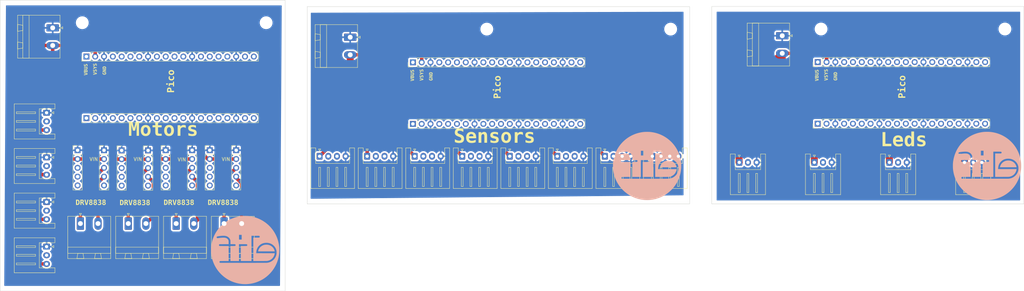
<source format=kicad_pcb>
(kicad_pcb (version 20221018) (generator pcbnew)
  (layers (0 "F.Cu" signal) (1 "In1.Cu" signal) (2 "In2.Cu" signal) (31 "B.Cu" signal) (34 "B.Paste" user) (35 "F.Paste" user) (36 "B.SilkS" user "B.Silkscreen") (37 "F.SilkS" user "F.Silkscreen") (38 "B.Mask" user) (39 "F.Mask" user) (44 "Edge.Cuts" user))
  (net 0 "")
  (net 1 "PWM1")
  (net 2 "PH1")
  (net 3 "GND")
  (net 4 "PWM2")
  (net 5 "PH2")
  (net 6 "PWM3")
  (net 7 "PH3")
  (net 8 "PWM4")
  (net 9 "PH4")
  (net 10 "+5V")
  (net 11 "EndStop1")
  (net 12 "EndStop2")
  (net 13 "EndStop3")
  (net 14 "EndStop4")
  (net 16 "MOTA1")
  (net 17 "MOTA2")
  (net 18 "MOTB1")
  (net 19 "MOTB2")
  (net 20 "MOTC1")
  (net 21 "MOTC2")
  (net 22 "MOTD1")
  (net 23 "MOTD2")
  (net 56 "ECHO1")
  (net 57 "TRIGGER1")
  (net 58 "ECHO2")
  (net 59 "TRIGGER2")
  (net 60 "ECHO3")
  (net 61 "TRIGGER3")
  (net 62 "ECHO4")
  (net 63 "TRIGGER4")
  (net 64 "ECHO5")
  (net 65 "TRIGGER5")
  (net 66 "ECHO6")
  (net 67 "TRIGGER6")
  (net 68 "ECHO7")
  (net 69 "TRIGGER7")
  (net 70 "ECHO8")
  (net 71 "TRIGGER8")
  (net 72 "+3.3V")
  (net 103 "DIN1")
  (net 104 "DIN2")
  (net 105 "DIN3")
  (net 106 "DIN4")
  (footprint "Connector_JST:JST_XH_S4B-XH-A_1x04_P2.50mm_Horizontal" (layer "F.Cu") (at 157.294285 109.22)
    (fp_text reference "J5" hide)
    (fp_text value "Conn_01x04_Socket" hide)
    (pad "1" thru_hole roundrect (at 0 0) (size 1.7 1.95) (drill 0.95) (layers "*.Cu" "*.Mask") (roundrect_rratio 0.1470588235) (net 10 "+5V"))
    (pad "2" thru_hole oval (at 2.5 0) (size 1.7 1.95) (drill 0.95) (layers "*.Cu" "*.Mask") (net 58 "ECHO2"))
    (pad "3" thru_hole oval (at 5 0) (size 1.7 1.95) (drill 0.95) (layers "*.Cu" "*.Mask") (net 59 "TRIGGER2"))
    (pad "4" thru_hole oval (at 7.5 0) (size 1.7 1.95) (drill 0.95) (layers "*.Cu" "*.Mask") (net 3 "GND"))
  )
  (footprint "Connector_JST:JST_XH_S4B-XH-A_1x04_P2.50mm_Horizontal" (layer "F.Cu") (at 184.702855 109.22)
    (fp_text reference "J7" hide)
    (fp_text value "Conn_01x04_Socket" hide)
    (pad "1" thru_hole roundrect (at 0 0) (size 1.7 1.95) (drill 0.95) (layers "*.Cu" "*.Mask") (roundrect_rratio 0.1470588235) (net 10 "+5V"))
    (pad "2" thru_hole oval (at 2.5 0) (size 1.7 1.95) (drill 0.95) (layers "*.Cu" "*.Mask") (net 62 "ECHO4"))
    (pad "3" thru_hole oval (at 5 0) (size 1.7 1.95) (drill 0.95) (layers "*.Cu" "*.Mask") (net 63 "TRIGGER4"))
    (pad "4" thru_hole oval (at 7.5 0) (size 1.7 1.95) (drill 0.95) (layers "*.Cu" "*.Mask") (net 3 "GND"))
  )
  (footprint "Connector_JST:JST_XH_S4B-XH-A_1x04_P2.50mm_Horizontal" (layer "F.Cu") (at 170.99857 109.22)
    (fp_text reference "J6" hide)
    (fp_text value "Conn_01x04_Socket" hide)
    (pad "1" thru_hole roundrect (at 0 0) (size 1.7 1.95) (drill 0.95) (layers "*.Cu" "*.Mask") (roundrect_rratio 0.1470588235) (net 10 "+5V"))
    (pad "2" thru_hole oval (at 2.5 0) (size 1.7 1.95) (drill 0.95) (layers "*.Cu" "*.Mask") (net 60 "ECHO3"))
    (pad "3" thru_hole oval (at 5 0) (size 1.7 1.95) (drill 0.95) (layers "*.Cu" "*.Mask") (net 61 "TRIGGER3"))
    (pad "4" thru_hole oval (at 7.5 0) (size 1.7 1.95) (drill 0.95) (layers "*.Cu" "*.Mask") (net 3 "GND"))
  )
  (footprint "Connector_JST:JST_XH_S3B-XH-A_1x03_P2.50mm_Horizontal" (layer "F.Cu") (at 264.57 111)
    (fp_text reference "J15" hide)
    (fp_text value "Conn_01x03_Socket" hide)
    (pad "1" thru_hole roundrect (at 0 0) (size 1.7 1.95) (drill 0.95) (layers "*.Cu" "*.Mask") (roundrect_rratio 0.1470588235) (net 10 "+5V"))
    (pad "2" thru_hole oval (at 2.5 0) (size 1.7 1.95) (drill 0.95) (layers "*.Cu" "*.Mask") (net 103 "DIN1"))
    (pad "3" thru_hole oval (at 5 0) (size 1.7 1.95) (drill 0.95) (layers "*.Cu" "*.Mask") (net 3 "GND"))
  )
  (footprint "MountingHole:MountingHole_3.2mm_M3" (layer "F.Cu") (at 244.789232 72.51)
    (fp_text reference "H1" hide)
    (fp_text value "MountingHole" hide)
    (pad "" np_thru_hole circle (at 0 0) (size 3.2 3.2) (drill 3.2) (layers "F&B.Cu" "*.Mask"))
  )
  (footprint "Connector_Phoenix_MSTB:PhoenixContact_MSTBA_2,5_2-G-5,08_1x02_P5.08mm_Horizontal" (layer "F.Cu") (at 152.41 74.85 -90)
    (fp_text reference "J4" hide)
    (fp_text value "Conn_01x02_Socket" hide)
    (pad "1" thru_hole roundrect (at 0 0 270) (size 2.08 3.6) (drill 1.4) (layers "*.Cu" "*.Mask") (roundrect_rratio 0.1201918269) (net 3 "GND"))
    (pad "2" thru_hole oval (at 5.08 0 270) (size 2.08 3.6) (drill 1.4) (layers "*.Cu" "*.Mask") (net 10 "+5V"))
  )
  (footprint "MountingHole:MountingHole_3.2mm_M3" (layer "F.Cu") (at 191.789232 72.51)
    (fp_text reference "H2" hide)
    (fp_text value "MountingHole" hide)
    (pad "" np_thru_hole circle (at 0 0) (size 3.2 3.2) (drill 3.2) (layers "F&B.Cu" "*.Mask"))
  )
  (footprint "Connector_JST:JST_XH_S3B-XH-A_1x03_P2.50mm_Horizontal" (layer "F.Cu") (at 64.882 135.32 -90)
    (fp_text reference "J34" hide)
    (fp_text value "Conn_01x03_Socket" hide)
    (pad "1" thru_hole roundrect (at 0 0 270) (size 1.7 1.95) (drill 0.95) (layers "*.Cu" "*.Mask") (roundrect_rratio 0.1470588235) (net 3 "GND"))
    (pad "2" thru_hole oval (at 2.5 0 270) (size 1.7 1.95) (drill 0.95) (layers "*.Cu" "*.Mask") (net 14 "EndStop4"))
    (pad "3" thru_hole oval (at 5 0 270) (size 1.7 1.95) (drill 0.95) (layers "*.Cu" "*.Mask") (net 10 "+5V"))
  )
  (footprint "Connector_PinHeader_2.54mm:PinHeader_1x05_P2.54mm_Vertical" (layer "F.Cu") (at 81.442 107.486)
    (fp_text reference "J29" hide)
    (fp_text value "Conn_01x05_Socket" hide)
    (pad "1" thru_hole rect (at 0 0) (size 1.7 1.7) (drill 1) (layers "*.Cu" "*.Mask") (net 3 "GND"))
    (pad "2" thru_hole oval (at 0 2.54) (size 1.7 1.7) (drill 1) (layers "*.Cu" "*.Mask") (net 10 "+5V"))
    (pad "3" thru_hole oval (at 0 5.08) (size 1.7 1.7) (drill 1) (layers "*.Cu" "*.Mask") (net 16 "MOTA1"))
    (pad "4" thru_hole oval (at 0 7.62) (size 1.7 1.7) (drill 1) (layers "*.Cu" "*.Mask") (net 17 "MOTA2"))
    (pad "5" thru_hole oval (at 0 10.16) (size 1.7 1.7) (drill 1) (layers "*.Cu" "*.Mask"))
  )
  (footprint "Connector_JST:JST_XH_S3B-XH-A_1x03_P2.50mm_Horizontal" (layer "F.Cu") (at 329.5 111)
    (fp_text reference "J18" hide)
    (fp_text value "Conn_01x03_Socket" hide)
    (pad "1" thru_hole roundrect (at 0 0) (size 1.7 1.95) (drill 0.95) (layers "*.Cu" "*.Mask") (roundrect_rratio 0.1470588235) (net 10 "+5V"))
    (pad "2" thru_hole oval (at 2.5 0) (size 1.7 1.95) (drill 0.95) (layers "*.Cu" "*.Mask") (net 106 "DIN4"))
    (pad "3" thru_hole oval (at 5 0) (size 1.7 1.95) (drill 0.95) (layers "*.Cu" "*.Mask") (net 3 "GND"))
  )
  (footprint "MountingHole:MountingHole_3.2mm_M3" (layer "F.Cu") (at 75.172 70.66)
    (fp_text reference "H2" hide)
    (fp_text value "MountingHole" hide)
    (pad "" np_thru_hole circle (at 0 0) (size 3.2 3.2) (drill 3.2) (layers "*.Cu" "*.Mask"))
  )
  (footprint "Connector_Phoenix_MSTB:PhoenixContact_MSTBA_2,5_2-G-5,08_1x02_P5.08mm_Horizontal" (layer "F.Cu") (at 74.632 128.66)
    (fp_text reference "J22" hide)
    (fp_text value "Conn_01x02_Socket" hide)
    (pad "1" thru_hole roundrect (at 0 0) (size 2.08 3.6) (drill 1.4) (layers "*.Cu" "*.Mask") (roundrect_rratio 0.1201918269) (net 16 "MOTA1"))
    (pad "2" thru_hole oval (at 5.08 0) (size 2.08 3.6) (drill 1.4) (layers "*.Cu" "*.Mask") (net 17 "MOTA2"))
  )
  (footprint "Connector_JST:JST_XH_S4B-XH-A_1x04_P2.50mm_Horizontal" (layer "F.Cu") (at 143.59 109.22)
    (fp_text reference "J1" hide)
    (fp_text value "Conn_01x04_Socket" hide)
    (pad "1" thru_hole roundrect (at 0 0) (size 1.7 1.95) (drill 0.95) (layers "*.Cu" "*.Mask") (roundrect_rratio 0.1470588235) (net 10 "+5V"))
    (pad "2" thru_hole oval (at 2.5 0) (size 1.7 1.95) (drill 0.95) (layers "*.Cu" "*.Mask") (net 56 "ECHO1"))
    (pad "3" thru_hole oval (at 5 0) (size 1.7 1.95) (drill 0.95) (layers "*.Cu" "*.Mask") (net 57 "TRIGGER1"))
    (pad "4" thru_hole oval (at 7.5 0) (size 1.7 1.95) (drill 0.95) (layers "*.Cu" "*.Mask") (net 3 "GND"))
  )
  (footprint "Connector_PinHeader_2.54mm:PinHeader_1x05_P2.54mm_Vertical" (layer "F.Cu") (at 99.222 107.486)
    (fp_text reference "J35" hide)
    (fp_text value "Conn_01x05_Socket" hide)
    (pad "1" thru_hole rect (at 0 0) (size 1.7 1.7) (drill 1) (layers "*.Cu" "*.Mask") (net 3 "GND"))
    (pad "2" thru_hole oval (at 0 2.54) (size 1.7 1.7) (drill 1) (layers "*.Cu" "*.Mask") (net 10 "+5V"))
    (pad "3" thru_hole oval (at 0 5.08) (size 1.7 1.7) (drill 1) (layers "*.Cu" "*.Mask") (net 6 "PWM3"))
    (pad "4" thru_hole oval (at 0 7.62) (size 1.7 1.7) (drill 1) (layers "*.Cu" "*.Mask") (net 7 "PH3"))
    (pad "5" thru_hole oval (at 0 10.16) (size 1.7 1.7) (drill 1) (layers "*.Cu" "*.Mask"))
  )
  (footprint "Connector_PinHeader_2.54mm:PinHeader_1x05_P2.54mm_Vertical" (layer "F.Cu") (at 119.542 107.486)
    (fp_text reference "J38" hide)
    (fp_text value "Conn_01x05_Socket" hide)
    (pad "1" thru_hole rect (at 0 0) (size 1.7 1.7) (drill 1) (layers "*.Cu" "*.Mask") (net 3 "GND"))
    (pad "2" thru_hole oval (at 0 2.54) (size 1.7 1.7) (drill 1) (layers "*.Cu" "*.Mask") (net 10 "+5V"))
    (pad "3" thru_hole oval (at 0 5.08) (size 1.7 1.7) (drill 1) (layers "*.Cu" "*.Mask") (net 22 "MOTD1"))
    (pad "4" thru_hole oval (at 0 7.62) (size 1.7 1.7) (drill 1) (layers "*.Cu" "*.Mask") (net 23 "MOTD2"))
    (pad "5" thru_hole oval (at 0 10.16) (size 1.7 1.7) (drill 1) (layers "*.Cu" "*.Mask"))
  )
  (footprint "Connector_PinHeader_2.54mm:PinHeader_1x20_P2.54mm_Vertical" (layer "F.Cu") (at 76.362 98.21 90)
    (fp_text reference "J21" hide)
    (fp_text value "Conn_01x20_Socket" hide)
    (pad "1" thru_hole rect (at 0 0 90) (size 1.7 1.7) (drill 1) (layers "*.Cu" "*.Mask") (net 1 "PWM1"))
    (pad "2" thru_hole oval (at 0 2.54 90) (size 1.7 1.7) (drill 1) (layers "*.Cu" "*.Mask") (net 2 "PH1"))
    (pad "3" thru_hole oval (at 0 5.08 90) (size 1.7 1.7) (drill 1) (layers "*.Cu" "*.Mask") (net 3 "GND"))
    (pad "4" thru_hole oval (at 0 7.62 90) (size 1.7 1.7) (drill 1) (layers "*.Cu" "*.Mask") (net 4 "PWM2"))
    (pad "5" thru_hole oval (at 0 10.16 90) (size 1.7 1.7) (drill 1) (layers "*.Cu" "*.Mask") (net 5 "PH2"))
    (pad "6" thru_hole oval (at 0 12.7 90) (size 1.7 1.7) (drill 1) (layers "*.Cu" "*.Mask") (net 6 "PWM3"))
    (pad "7" thru_hole oval (at 0 15.24 90) (size 1.7 1.7) (drill 1) (layers "*.Cu" "*.Mask") (net 7 "PH3"))
    (pad "8" thru_hole oval (at 0 17.78 90) (size 1.7 1.7) (drill 1) (layers "*.Cu" "*.Mask") (net 3 "GND"))
    (pad "9" thru_hole oval (at 0 20.32 90) (size 1.7 1.7) (drill 1) (layers "*.Cu" "*.Mask") (net 8 "PWM4"))
    (pad "10" thru_hole oval (at 0 22.86 90) (size 1.7 1.7) (drill 1) (layers "*.Cu" "*.Mask") (net 9 "PH4"))
    (pad "11" thru_hole oval (at 0 25.4 90) (size 1.7 1.7) (drill 1) (layers "*.Cu" "*.Mask"))
    (pad "12" thru_hole oval (at 0 27.94 90) (size 1.7 1.7) (drill 1) (layers "*.Cu" "*.Mask"))
    (pad "13" thru_hole oval (at 0 30.48 90) (size 1.7 1.7) (drill 1) (layers "*.Cu" "*.Mask") (net 3 "GND"))
    (pad "14" thru_hole oval (at 0 33.02 90) (size 1.7 1.7) (drill 1) (layers "*.Cu" "*.Mask"))
    (pad "15" thru_hole oval (at 0 35.56 90) (size 1.7 1.7) (drill 1) (layers "*.Cu" "*.Mask"))
    (pad "16" thru_hole oval (at 0 38.1 90) (size 1.7 1.7) (drill 1) (layers "*.Cu" "*.Mask"))
    (pad "17" thru_hole oval (at 0 40.64 90) (size 1.7 1.7) (drill 1) (layers "*.Cu" "*.Mask"))
    (pad "18" thru_hole oval (at 0 43.18 90) (size 1.7 1.7) (drill 1) (layers "*.Cu" "*.Mask") (net 3 "GND"))
    (pad "19" thru_hole oval (at 0 45.72 90) (size 1.7 1.7) (drill 1) (layers "*.Cu" "*.Mask"))
    (pad "20" thru_hole oval (at 0 48.26 90) (size 1.7 1.7) (drill 1) (layers "*.Cu" "*.Mask"))
  )
  (footprint "Connector_Phoenix_MSTB:PhoenixContact_MSTBA_2,5_2-G-5,08_1x02_P5.08mm_Horizontal" (layer "F.Cu") (at 66.642 72.15 -90)
    (fp_text reference "J20" hide)
    (fp_text value "Conn_01x02_Socket" hide)
    (pad "1" thru_hole roundrect (at 0 0 270) (size 2.08 3.6) (drill 1.4) (layers "*.Cu" "*.Mask") (roundrect_rratio 0.1201918269) (net 3 "GND"))
    (pad "2" thru_hole oval (at 5.08 0 270) (size 2.08 3.6) (drill 1.4) (layers "*.Cu" "*.Mask") (net 10 "+5V"))
  )
  (footprint "Connector_Phoenix_MSTB:PhoenixContact_MSTBA_2,5_2-G-5,08_1x02_P5.08mm_Horizontal" (layer "F.Cu") (at 116.042 128.66)
    (fp_text reference "J25" hide)
    (fp_text value "Conn_01x02_Socket" hide)
    (pad "1" thru_hole roundrect (at 0 0) (size 2.08 3.6) (drill 1.4) (layers "*.Cu" "*.Mask") (roundrect_rratio 0.1201918269) (net 22 "MOTD1"))
    (pad "2" thru_hole oval (at 5.08 0) (size 2.08 3.6) (drill 1.4) (layers "*.Cu" "*.Mask") (net 23 "MOTD2"))
  )
  (footprint "Connector_PinHeader_2.54mm:PinHeader_1x20_P2.54mm_Vertical" (layer "F.Cu") (at 287.19025 82.032 90)
    (fp_text reference "J13" hide)
    (fp_text value "Conn_01x20_Socket" hide)
    (pad "1" thru_hole rect (at 0 0 90) (size 1.7 1.7) (drill 1) (layers "*.Cu" "*.Mask") (net 10 "+5V"))
    (pad "2" thru_hole oval (at 0 2.54 90) (size 1.7 1.7) (drill 1) (layers "*.Cu" "*.Mask") (net 10 "+5V"))
    (pad "3" thru_hole oval (at 0 5.08 90) (size 1.7 1.7) (drill 1) (layers "*.Cu" "*.Mask") (net 3 "GND"))
    (pad "4" thru_hole oval (at 0 7.62 90) (size 1.7 1.7) (drill 1) (layers "*.Cu" "*.Mask"))
    (pad "5" thru_hole oval (at 0 10.16 90) (size 1.7 1.7) (drill 1) (layers "*.Cu" "*.Mask") (net 72 "+3.3V"))
    (pad "6" thru_hole oval (at 0 12.7 90) (size 1.7 1.7) (drill 1) (layers "*.Cu" "*.Mask"))
    (pad "7" thru_hole oval (at 0 15.24 90) (size 1.7 1.7) (drill 1) (layers "*.Cu" "*.Mask"))
    (pad "8" thru_hole oval (at 0 17.78 90) (size 1.7 1.7) (drill 1) (layers "*.Cu" "*.Mask") (net 3 "GND"))
    (pad "9" thru_hole oval (at 0 20.32 90) (size 1.7 1.7) (drill 1) (layers "*.Cu" "*.Mask"))
    (pad "10" thru_hole oval (at 0 22.86 90) (size 1.7 1.7) (drill 1) (layers "*.Cu" "*.Mask"))
    (pad "11" thru_hole oval (at 0 25.4 90) (size 1.7 1.7) (drill 1) (layers "*.Cu" "*.Mask"))
    (pad "12" thru_hole oval (at 0 27.94 90) (size 1.7 1.7) (drill 1) (layers "*.Cu" "*.Mask"))
    (pad "13" thru_hole oval (at 0 30.48 90) (size 1.7 1.7) (drill 1) (layers "*.Cu" "*.Mask") (net 3 "GND"))
    (pad "14" thru_hole oval (at 0 33.02 90) (size 1.7 1.7) (drill 1) (layers "*.Cu" "*.Mask"))
    (pad "15" thru_hole oval (at 0 35.56 90) (size 1.7 1.7) (drill 1) (layers "*.Cu" "*.Mask"))
    (pad "16" thru_hole oval (at 0 38.1 90) (size 1.7 1.7) (drill 1) (layers "*.Cu" "*.Mask"))
    (pad "17" thru_hole oval (at 0 40.64 90) (size 1.7 1.7) (drill 1) (layers "*.Cu" "*.Mask"))
    (pad "18" thru_hole oval (at 0 43.18 90) (size 1.7 1.7) (drill 1) (layers "*.Cu" "*.Mask") (net 3 "GND"))
    (pad "19" thru_hole oval (at 0 45.72 90) (size 1.7 1.7) (drill 1) (layers "*.Cu" "*.Mask"))
    (pad "20" thru_hole oval (at 0 48.26 90) (size 1.7 1.7) (drill 1) (layers "*.Cu" "*.Mask"))
  )
  (footprint "Connector_PinHeader_2.54mm:PinHeader_1x05_P2.54mm_Vertical" (layer "F.Cu") (at 86.522 107.541)
    (fp_text reference "J28" hide)
    (fp_text value "Conn_01x05_Socket" hide)
    (pad "1" thru_hole rect (at 0 0) (size 1.7 1.7) (drill 1) (layers "*.Cu" "*.Mask") (net 3 "GND"))
    (pad "2" thru_hole oval (at 0 2.54) (size 1.7 1.7) (drill 1) (layers "*.Cu" "*.Mask") (net 10 "+5V"))
    (pad "3" thru_hole oval (at 0 5.08) (size 1.7 1.7) (drill 1) (layers "*.Cu" "*.Mask") (net 4 "PWM2"))
    (pad "4" thru_hole oval (at 0 7.62) (size 1.7 1.7) (drill 1) (layers "*.Cu" "*.Mask") (net 5 "PH2"))
    (pad "5" thru_hole oval (at 0 10.16) (size 1.7 1.7) (drill 1) (layers "*.Cu" "*.Mask"))
  )
  (footprint "Connector_PinHeader_2.54mm:PinHeader_1x20_P2.54mm_Vertical" (layer "F.Cu") (at 170.48 99.88 90)
    (fp_text reference "J2" hide)
    (fp_text value "Conn_01x20_Socket" hide)
    (pad "1" thru_hole rect (at 0 0 90) (size 1.7 1.7) (drill 1) (layers "*.Cu" "*.Mask") (net 56 "ECHO1"))
    (pad "2" thru_hole oval (at 0 2.54 90) (size 1.7 1.7) (drill 1) (layers "*.Cu" "*.Mask") (net 57 "TRIGGER1"))
    (pad "3" thru_hole oval (at 0 5.08 90) (size 1.7 1.7) (drill 1) (layers "*.Cu" "*.Mask") (net 3 "GND"))
    (pad "4" thru_hole oval (at 0 7.62 90) (size 1.7 1.7) (drill 1) (layers "*.Cu" "*.Mask") (net 58 "ECHO2"))
    (pad "5" thru_hole oval (at 0 10.16 90) (size 1.7 1.7) (drill 1) (layers "*.Cu" "*.Mask") (net 59 "TRIGGER2"))
    (pad "6" thru_hole oval (at 0 12.7 90) (size 1.7 1.7) (drill 1) (layers "*.Cu" "*.Mask") (net 60 "ECHO3"))
    (pad "7" thru_hole oval (at 0 15.24 90) (size 1.7 1.7) (drill 1) (layers "*.Cu" "*.Mask") (net 61 "TRIGGER3"))
    (pad "8" thru_hole oval (at 0 17.78 90) (size 1.7 1.7) (drill 1) (layers "*.Cu" "*.Mask") (net 3 "GND"))
    (pad "9" thru_hole oval (at 0 20.32 90) (size 1.7 1.7) (drill 1) (layers "*.Cu" "*.Mask") (net 72 "+3.3V"))
    (pad "10" thru_hole oval (at 0 22.86 90) (size 1.7 1.7) (drill 1) (layers "*.Cu" "*.Mask") (net 62 "ECHO4"))
    (pad "11" thru_hole oval (at 0 25.4 90) (size 1.7 1.7) (drill 1) (layers "*.Cu" "*.Mask") (net 63 "TRIGGER4"))
    (pad "12" thru_hole oval (at 0 27.94 90) (size 1.7 1.7) (drill 1) (layers "*.Cu" "*.Mask"))
    (pad "13" thru_hole oval (at 0 30.48 90) (size 1.7 1.7) (drill 1) (layers "*.Cu" "*.Mask") (net 3 "GND"))
    (pad "14" thru_hole oval (at 0 33.02 90) (size 1.7 1.7) (drill 1) (layers "*.Cu" "*.Mask") (net 64 "ECHO5"))
    (pad "15" thru_hole oval (at 0 35.56 90) (size 1.7 1.7) (drill 1) (layers "*.Cu" "*.Mask") (net 65 "TRIGGER5"))
    (pad "16" thru_hole oval (at 0 38.1 90) (size 1.7 1.7) (drill 1) (layers "*.Cu" "*.Mask") (net 66 "ECHO6"))
    (pad "17" thru_hole oval (at 0 40.64 90) (size 1.7 1.7) (drill 1) (layers "*.Cu" "*.Mask") (net 67 "TRIGGER6"))
    (pad "18" thru_hole oval (at 0 43.18 90) (size 1.7 1.7) (drill 1) (layers "*.Cu" "*.Mask") (net 3 "GND"))
    (pad "19" thru_hole oval (at 0 45.72 90) (size 1.7 1.7) (drill 1) (layers "*.Cu" "*.Mask") (net 68 "ECHO7"))
    (pad "20" thru_hole oval (at 0 48.26 90) (size 1.7 1.7) (drill 1) (layers "*.Cu" "*.Mask") (net 69 "TRIGGER7"))
  )
  (footprint "Connector_Phoenix_MSTB:PhoenixContact_MSTBA_2,5_2-G-5,08_1x02_P5.08mm_Horizontal" (layer "F.Cu") (at 276.95775 74.422 -90)
    (fp_text reference "J14" hide)
    (fp_text value "Conn_01x02_Socket" hide)
    (pad "1" thru_hole roundrect (at 0 0 270) (size 2.08 3.6) (drill 1.4) (layers "*.Cu" "*.Mask") (roundrect_rratio 0.1201918269) (net 3 "GND"))
    (pad "2" thru_hole oval (at 5.08 0 270) (size 2.08 3.6) (drill 1.4) (layers "*.Cu" "*.Mask") (net 10 "+5V"))
  )
  (footprint "Connector_JST:JST_XH_S3B-XH-A_1x03_P2.50mm_Horizontal" (layer "F.Cu") (at 286.213334 111)
    (fp_text reference "J16" hide)
    (fp_text value "Conn_01x03_Socket" hide)
    (pad "1" thru_hole roundrect (at 0 0) (size 1.7 1.95) (drill 0.95) (layers "*.Cu" "*.Mask") (roundrect_rratio 0.1470588235) (net 10 "+5V"))
    (pad "2" thru_hole oval (at 2.5 0) (size 1.7 1.95) (drill 0.95) (layers "*.Cu" "*.Mask") (net 104 "DIN2"))
    (pad "3" thru_hole oval (at 5 0) (size 1.7 1.95) (drill 0.95) (layers "*.Cu" "*.Mask") (net 3 "GND"))
  )
  (footprint "Connector_JST:JST_XH_S4B-XH-A_1x04_P2.50mm_Horizontal" (layer "F.Cu") (at 225.81571 109.22)
    (fp_text reference "J10" hide)
    (fp_text value "Conn_01x04_Socket" hide)
    (pad "1" thru_hole roundrect (at 0 0) (size 1.7 1.95) (drill 0.95) (layers "*.Cu" "*.Mask") (roundrect_rratio 0.1470588235) (net 10 "+5V"))
    (pad "2" thru_hole oval (at 2.5 0) (size 1.7 1.95) (drill 0.95) (layers "*.Cu" "*.Mask") (net 68 "ECHO7"))
    (pad "3" thru_hole oval (at 5 0) (size 1.7 1.95) (drill 0.95) (layers "*.Cu" "*.Mask") (net 69 "TRIGGER7"))
    (pad "4" thru_hole oval (at 7.5 0) (size 1.7 1.95) (drill 0.95) (layers "*.Cu" "*.Mask") (net 3 "GND"))
  )
  (footprint "MountingHole:MountingHole_3.2mm_M3" (layer "F.Cu") (at 341.15025 72.482)
    (fp_text reference "H1" hide)
    (fp_text value "MountingHole" hide)
    (pad "" np_thru_hole circle (at 0 0) (size 3.2 3.2) (drill 3.2) (layers "F&B.Cu" "*.Mask"))
  )
  (footprint "Connector_JST:JST_XH_S4B-XH-A_1x04_P2.50mm_Horizontal" (layer "F.Cu") (at 198.40714 109.22)
    (fp_text reference "J8" hide)
    (fp_text value "Conn_01x04_Socket" hide)
    (pad "1" thru_hole roundrect (at 0 0) (size 1.7 1.95) (drill 0.95) (layers "*.Cu" "*.Mask") (roundrect_rratio 0.1470588235) (net 10 "+5V"))
    (pad "2" thru_hole oval (at 2.5 0) (size 1.7 1.95) (drill 0.95) (layers "*.Cu" "*.Mask") (net 64 "ECHO5"))
    (pad "3" thru_hole oval (at 5 0) (size 1.7 1.95) (drill 0.95) (layers "*.Cu" "*.Mask") (net 65 "TRIGGER5"))
    (pad "4" thru_hole oval (at 7.5 0) (size 1.7 1.95) (drill 0.95) (layers "*.Cu" "*.Mask") (net 3 "GND"))
  )
  (footprint "MountingHole:MountingHole_3.2mm_M3" (layer "F.Cu") (at 288.15025 72.482)
    (fp_text reference "H2" hide)
    (fp_text value "MountingHole" hide)
    (pad "" np_thru_hole circle (at 0 0) (size 3.2 3.2) (drill 3.2) (layers "F&B.Cu" "*.Mask"))
  )
  (footprint "Connector_JST:JST_XH_S3B-XH-A_1x03_P2.50mm_Horizontal" (layer "F.Cu") (at 307.856667 111)
    (fp_text reference "J17" hide)
    (fp_text value "Conn_01x03_Socket" hide)
    (pad "1" thru_hole roundrect (at 0 0) (size 1.7 1.95) (drill 0.95) (layers "*.Cu" "*.Mask") (roundrect_rratio 0.1470588235) (net 10 "+5V"))
    (pad "2" thru_hole oval (at 2.5 0) (size 1.7 1.95) (drill 0.95) (layers "*.Cu" "*.Mask") (net 105 "DIN3"))
    (pad "3" thru_hole oval (at 5 0) (size 1.7 1.95) (drill 0.95) (layers "*.Cu" "*.Mask") (net 3 "GND"))
  )
  (footprint "Connector_JST:JST_XH_S3B-XH-A_1x03_P2.50mm_Horizontal" (layer "F.Cu") (at 64.882 109.546666 -90)
    (fp_text reference "J32" hide)
    (fp_text value "Conn_01x03_Socket" hide)
    (pad "1" thru_hole roundrect (at 0 0 270) (size 1.7 1.95) (drill 0.95) (layers "*.Cu" "*.Mask") (roundrect_rratio 0.1470588235) (net 3 "GND"))
    (pad "2" thru_hole oval (at 2.5 0 270) (size 1.7 1.95) (drill 0.95) (layers "*.Cu" "*.Mask") (net 12 "EndStop2"))
    (pad "3" thru_hole oval (at 5 0 270) (size 1.7 1.95) (drill 0.95) (layers "*.Cu" "*.Mask") (net 10 "+5V"))
  )
  (footprint "Connector_Phoenix_MSTB:PhoenixContact_MSTBA_2,5_2-G-5,08_1x02_P5.08mm_Horizontal" (layer "F.Cu") (at 88.435333 128.66)
    (fp_text reference "J23" hide)
    (fp_text value "Conn_01x02_Socket" hide)
    (pad "1" thru_hole roundrect (at 0 0) (size 2.08 3.6) (drill 1.4) (layers "*.Cu" "*.Mask") (roundrect_rratio 0.1201918269) (net 18 "MOTB1"))
    (pad "2" thru_hole oval (at 5.08 0) (size 2.08 3.6) (drill 1.4) (layers "*.Cu" "*.Mask") (net 19 "MOTB2"))
  )
  (footprint "Connector_JST:JST_XH_S3B-XH-A_1x03_P2.50mm_Horizontal" (layer "F.Cu") (at 64.882 96.66 -90)
    (fp_text reference "J31" hide)
    (fp_text value "Conn_01x03_Socket" hide)
    (pad "1" thru_hole roundrect (at 0 0 270) (size 1.7 1.95) (drill 0.95) (layers "*.Cu" "*.Mask") (roundrect_rratio 0.1470588235) (net 3 "GND"))
    (pad "2" thru_hole oval (at 2.5 0 270) (size 1.7 1.95) (drill 0.95) (layers "*.Cu" "*.Mask") (net 11 "EndStop1"))
    (pad "3" thru_hole oval (at 5 0 270) (size 1.7 1.95) (drill 0.95) (layers "*.Cu" "*.Mask") (net 10 "+5V"))
  )
  (footprint "Connector_PinHeader_2.54mm:PinHeader_1x05_P2.54mm_Vertical" (layer "F.Cu") (at 94.142 107.541)
    (fp_text reference "J30" hide)
    (fp_text value "Conn_01x05_Socket" hide)
    (pad "1" thru_hole rect (at 0 0) (size 1.7 1.7) (drill 1) (layers "*.Cu" "*.Mask") (net 3 "GND"))
    (pad "2" thru_hole oval (at 0 2.54) (size 1.7 1.7) (drill 1) (layers "*.Cu" "*.Mask") (net 10 "+5V"))
    (pad "3" thru_hole oval (at 0 5.08) (size 1.7 1.7) (drill 1) (layers "*.Cu" "*.Mask") (net 18 "MOTB1"))
    (pad "4" thru_hole oval (at 0 7.62) (size 1.7 1.7) (drill 1) (layers "*.Cu" "*.Mask") (net 19 "MOTB2"))
    (pad "5" thru_hole oval (at 0 10.16) (size 1.7 1.7) (drill 1) (layers "*.Cu" "*.Mask"))
  )
  (footprint "Connector_PinHeader_2.54mm:PinHeader_1x20_P2.54mm_Vertical" (layer "F.Cu") (at 170.48 82.1 90)
    (fp_text reference "J3" hide)
    (fp_text value "Conn_01x20_Socket" hide)
    (pad "1" thru_hole rect (at 0 0 90) (size 1.7 1.7) (drill 1) (layers "*.Cu" "*.Mask") (net 10 "+5V"))
    (pad "2" thru_hole oval (at 0 2.54 90) (size 1.7 1.7) (drill 1) (layers "*.Cu" "*.Mask") (net 10 "+5V"))
    (pad "3" thru_hole oval (at 0 5.08 90) (size 1.7 1.7) (drill 1) (layers "*.Cu" "*.Mask") (net 3 "GND"))
    (pad "4" thru_hole oval (at 0 7.62 90) (size 1.7 1.7) (drill 1) (layers "*.Cu" "*.Mask"))
    (pad "5" thru_hole oval (at 0 10.16 90) (size 1.7 1.7) (drill 1) (layers "*.Cu" "*.Mask"))
    (pad "6" thru_hole oval (at 0 12.7 90) (size 1.7 1.7) (drill 1) (layers "*.Cu" "*.Mask"))
    (pad "7" thru_hole oval (at 0 15.24 90) (size 1.7 1.7) (drill 1) (layers "*.Cu" "*.Mask"))
    (pad "8" thru_hole oval (at 0 17.78 90) (size 1.7 1.7) (drill 1) (layers "*.Cu" "*.Mask") (net 3 "GND"))
    (pad "9" thru_hole oval (at 0 20.32 90) (size 1.7 1.7) (drill 1) (layers "*.Cu" "*.Mask"))
    (pad "10" thru_hole oval (at 0 22.86 90) (size 1.7 1.7) (drill 1) (layers "*.Cu" "*.Mask"))
    (pad "11" thru_hole oval (at 0 25.4 90) (size 1.7 1.7) (drill 1) (layers "*.Cu" "*.Mask"))
    (pad "12" thru_hole oval (at 0 27.94 90) (size 1.7 1.7) (drill 1) (layers "*.Cu" "*.Mask"))
    (pad "13" thru_hole oval (at 0 30.48 90) (size 1.7 1.7) (drill 1) (layers "*.Cu" "*.Mask") (net 3 "GND"))
    (pad "14" thru_hole oval (at 0 33.02 90) (size 1.7 1.7) (drill 1) (layers "*.Cu" "*.Mask"))
    (pad "15" thru_hole oval (at 0 35.56 90) (size 1.7 1.7) (drill 1) (layers "*.Cu" "*.Mask"))
    (pad "16" thru_hole oval (at 0 38.1 90) (size 1.7 1.7) (drill 1) (layers "*.Cu" "*.Mask"))
    (pad "17" thru_hole oval (at 0 40.64 90) (size 1.7 1.7) (drill 1) (layers "*.Cu" "*.Mask"))
    (pad "18" thru_hole oval (at 0 43.18 90) (size 1.7 1.7) (drill 1) (layers "*.Cu" "*.Mask") (net 3 "GND"))
    (pad "19" thru_hole oval (at 0 45.72 90) (size 1.7 1.7) (drill 1) (layers "*.Cu" "*.Mask") (net 70 "ECHO8"))
    (pad "20" thru_hole oval (at 0 48.26 90) (size 1.7 1.7) (drill 1) (layers "*.Cu" "*.Mask") (net 71 "TRIGGER8"))
  )
  (footprint "Connector_PinHeader_2.54mm:PinHeader_1x05_P2.54mm_Vertical" (layer "F.Cu") (at 106.842 107.486)
    (fp_text reference "J37" hide)
    (fp_text value "Conn_01x05_Socket" hide)
    (pad "1" thru_hole rect (at 0 0) (size 1.7 1.7) (drill 1) (layers "*.Cu" "*.Mask") (net 3 "GND"))
    (pad "2" thru_hole oval (at 0 2.54) (size 1.7 1.7) (drill 1) (layers "*.Cu" "*.Mask") (net 10 "+5V"))
    (pad "3" thru_hole oval (at 0 5.08) (size 1.7 1.7) (drill 1) (layers "*.Cu" "*.Mask") (net 20 "MOTC1"))
    (pad "4" thru_hole oval (at 0 7.62) (size 1.7 1.7) (drill 1) (layers "*.Cu" "*.Mask") (net 21 "MOTC2"))
    (pad "5" thru_hole oval (at 0 10.16) (size 1.7 1.7) (drill 1) (layers "*.Cu" "*.Mask"))
  )
  (footprint "Connector_Phoenix_MSTB:PhoenixContact_MSTBA_2,5_2-G-5,08_1x02_P5.08mm_Horizontal" (layer "F.Cu") (at 102.238666 128.66)
    (fp_text reference "J24" hide)
    (fp_text value "Conn_01x02_Socket" hide)
    (pad "1" thru_hole roundrect (at 0 0) (size 2.08 3.6) (drill 1.4) (layers "*.Cu" "*.Mask") (roundrect_rratio 0.1201918269) (net 20 "MOTC1"))
    (pad "2" thru_hole oval (at 5.08 0) (size 2.08 3.6) (drill 1.4) (layers "*.Cu" "*.Mask") (net 21 "MOTC2"))
  )
  (footprint "Connector_JST:JST_XH_S3B-XH-A_1x03_P2.50mm_Horizontal" (layer "F.Cu") (at 64.882 122.433332 -90)
    (fp_text reference "J33" hide)
    (fp_text value "Conn_01x03_Socket" hide)
    (pad "1" thru_hole roundrect (at 0 0 270) (size 1.7 1.95) (drill 0.95) (layers "*.Cu" "*.Mask") (roundrect_rratio 0.1470588235) (net 3 "GND"))
    (pad "2" thru_hole oval (at 2.5 0 270) (size 1.7 1.95) (drill 0.95) (layers "*.Cu" "*.Mask") (net 13 "EndStop3"))
    (pad "3" thru_hole oval (at 5 0 270) (size 1.7 1.95) (drill 0.95) (layers "*.Cu" "*.Mask") (net 10 "+5V"))
  )
  (footprint "Connector_PinHeader_2.54mm:PinHeader_1x05_P2.54mm_Vertical" (layer "F.Cu") (at 111.922 107.486)
    (fp_text reference "J36" hide)
    (fp_text value "Conn_01x05_Socket" hide)
    (pad "1" thru_hole rect (at 0 0) (size 1.7 1.7) (drill 1) (layers "*.Cu" "*.Mask") (net 3 "GND"))
    (pad "2" thru_hole oval (at 0 2.54) (size 1.7 1.7) (drill 1) (layers "*.Cu" "*.Mask") (net 10 "+5V"))
    (pad "3" thru_hole oval (at 0 5.08) (size 1.7 1.7) (drill 1) (layers "*.Cu" "*.Mask") (net 8 "PWM4"))
    (pad "4" thru_hole oval (at 0 7.62) (size 1.7 1.7) (drill 1) (layers "*.Cu" "*.Mask") (net 9 "PH4"))
    (pad "5" thru_hole oval (at 0 10.16) (size 1.7 1.7) (drill 1) (layers "*.Cu" "*.Mask"))
  )
  (footprint "Connector_PinHeader_2.54mm:PinHeader_1x20_P2.54mm_Vertical" (layer "F.Cu") (at 287.18025 99.812 90)
    (fp_text reference "J12" hide)
    (fp_text value "Conn_01x20_Socket" hide)
    (pad "1" thru_hole rect (at 0 0 90) (size 1.7 1.7) (drill 1) (layers "*.Cu" "*.Mask"))
    (pad "2" thru_hole oval (at 0 2.54 90) (size 1.7 1.7) (drill 1) (layers "*.Cu" "*.Mask"))
    (pad "3" thru_hole oval (at 0 5.08 90) (size 1.7 1.7) (drill 1) (layers "*.Cu" "*.Mask") (net 3 "GND"))
    (pad "4" thru_hole oval (at 0 7.62 90) (size 1.7 1.7) (drill 1) (layers "*.Cu" "*.Mask"))
    (pad "5" thru_hole oval (at 0 10.16 90) (size 1.7 1.7) (drill 1) (layers "*.Cu" "*.Mask") (net 103 "DIN1"))
    (pad "6" thru_hole oval (at 0 12.7 90) (size 1.7 1.7) (drill 1) (layers "*.Cu" "*.Mask"))
    (pad "7" thru_hole oval (at 0 15.24 90) (size 1.7 1.7) (drill 1) (layers "*.Cu" "*.Mask"))
    (pad "8" thru_hole oval (at 0 17.78 90) (size 1.7 1.7) (drill 1) (layers "*.Cu" "*.Mask") (net 3 "GND"))
    (pad "9" thru_hole oval (at 0 20.32 90) (size 1.7 1.7) (drill 1) (layers "*.Cu" "*.Mask"))
    (pad "10" thru_hole oval (at 0 22.86 90) (size 1.7 1.7) (drill 1) (layers "*.Cu" "*.Mask") (net 104 "DIN2"))
    (pad "11" thru_hole oval (at 0 25.4 90) (size 1.7 1.7) (drill 1) (layers "*.Cu" "*.Mask"))
    (pad "12" thru_hole oval (at 0 27.94 90) (size 1.7 1.7) (drill 1) (layers "*.Cu" "*.Mask"))
    (pad "13" thru_hole oval (at 0 30.48 90) (size 1.7 1.7) (drill 1) (layers "*.Cu" "*.Mask") (net 3 "GND"))
    (pad "14" thru_hole oval (at 0 33.02 90) (size 1.7 1.7) (drill 1) (layers "*.Cu" "*.Mask"))
    (pad "15" thru_hole oval (at 0 35.56 90) (size 1.7 1.7) (drill 1) (layers "*.Cu" "*.Mask") (net 105 "DIN3"))
    (pad "16" thru_hole oval (at 0 38.1 90) (size 1.7 1.7) (drill 1) (layers "*.Cu" "*.Mask"))
    (pad "17" thru_hole oval (at 0 40.64 90) (size 1.7 1.7) (drill 1) (layers "*.Cu" "*.Mask"))
    (pad "18" thru_hole oval (at 0 43.18 90) (size 1.7 1.7) (drill 1) (layers "*.Cu" "*.Mask") (net 3 "GND"))
    (pad "19" thru_hole oval (at 0 45.72 90) (size 1.7 1.7) (drill 1) (layers "*.Cu" "*.Mask"))
    (pad "20" thru_hole oval (at 0 48.26 90) (size 1.7 1.7) (drill 1) (layers "*.Cu" "*.Mask") (net 106 "DIN4"))
  )
  (footprint "Connector_PinHeader_2.54mm:PinHeader_1x20_P2.54mm_Vertical" (layer "F.Cu") (at 76.362 80.43 90)
    (fp_text reference "J26" hide)
    (fp_text value "Conn_01x20_Socket" hide)
    (pad "1" thru_hole rect (at 0 0 90) (size 1.7 1.7) (drill 1) (layers "*.Cu" "*.Mask") (net 10 "+5V"))
    (pad "2" thru_hole oval (at 0 2.54 90) (size 1.7 1.7) (drill 1) (layers "*.Cu" "*.Mask") (net 10 "+5V"))
    (pad "3" thru_hole oval (at 0 5.08 90) (size 1.7 1.7) (drill 1) (layers "*.Cu" "*.Mask") (net 3 "GND"))
    (pad "4" thru_hole oval (at 0 7.62 90) (size 1.7 1.7) (drill 1) (layers "*.Cu" "*.Mask"))
    (pad "5" thru_hole oval (at 0 10.16 90) (size 1.7 1.7) (drill 1) (layers "*.Cu" "*.Mask") (net 72 "+3.3V"))
    (pad "6" thru_hole oval (at 0 12.7 90) (size 1.7 1.7) (drill 1) (layers "*.Cu" "*.Mask"))
    (pad "7" thru_hole oval (at 0 15.24 90) (size 1.7 1.7) (drill 1) (layers "*.Cu" "*.Mask"))
    (pad "8" thru_hole oval (at 0 17.78 90) (size 1.7 1.7) (drill 1) (layers "*.Cu" "*.Mask") (net 3 "GND"))
    (pad "9" thru_hole oval (at 0 20.32 90) (size 1.7 1.7) (drill 1) (layers "*.Cu" "*.Mask"))
    (pad "10" thru_hole oval (at 0 22.86 90) (size 1.7 1.7) (drill 1) (layers "*.Cu" "*.Mask"))
    (pad "11" thru_hole oval (at 0 25.4 90) (size 1.7 1.7) (drill 1) (layers "*.Cu" "*.Mask"))
    (pad "12" thru_hole oval (at 0 27.94 90) (size 1.7 1.7) (drill 1) (layers "*.Cu" "*.Mask"))
    (pad "13" thru_hole oval (at 0 30.48 90) (size 1.7 1.7) (drill 1) (layers "*.Cu" "*.Mask") (net 3 "GND"))
    (pad "14" thru_hole oval (at 0 33.02 90) (size 1.7 1.7) (drill 1) (layers "*.Cu" "*.Mask") (net 11 "EndStop1"))
    (pad "15" thru_hole oval (at 0 35.56 90) (size 1.7 1.7) (drill 1) (layers "*.Cu" "*.Mask") (net 12 "EndStop2"))
    (pad "16" thru_hole oval (at 0 38.1 90) (size 1.7 1.7) (drill 1) (layers "*.Cu" "*.Mask") (net 13 "EndStop3"))
    (pad "17" thru_hole oval (at 0 40.64 90) (size 1.7 1.7) (drill 1) (layers "*.Cu" "*.Mask") (net 14 "EndStop4"))
    (pad "18" thru_hole oval (at 0 43.18 90) (size 1.7 1.7) (drill 1) (layers "*.Cu" "*.Mask") (net 3 "GND"))
    (pad "19" thru_hole oval (at 0 45.72 90) (size 1.7 1.7) (drill 1) (layers "*.Cu" "*.Mask"))
    (pad "20" thru_hole oval (at 0 48.26 90) (size 1.7 1.7) (drill 1) (layers "*.Cu" "*.Mask"))
  )
  (footprint "Connector_JST:JST_XH_S4B-XH-A_1x04_P2.50mm_Horizontal" (layer "F.Cu") (at 212.111425 109.22)
    (fp_text reference "J9" hide)
    (fp_text value "Conn_01x04_Socket" hide)
    (pad "1" thru_hole roundrect (at 0 0) (size 1.7 1.95) (drill 0.95) (layers "*.Cu" "*.Mask") (roundrect_rratio 0.1470588235) (net 10 "+5V"))
    (pad "2" thru_hole oval (at 2.5 0) (size 1.7 1.95) (drill 0.95) (layers "*.Cu" "*.Mask") (net 66 "ECHO6"))
    (pad "3" thru_hole oval (at 5 0) (size 1.7 1.95) (drill 0.95) (layers "*.Cu" "*.Mask") (net 67 "TRIGGER6"))
    (pad "4" thru_hole oval (at 7.5 0) (size 1.7 1.95) (drill 0.95) (layers "*.Cu" "*.Mask") (net 3 "GND"))
  )
  (footprint "Connector_PinHeader_2.54mm:PinHeader_1x05_P2.54mm_Vertical" (layer "F.Cu") (at 73.822 107.486)
    (fp_text reference "J27" hide)
    (fp_text value "Conn_01x05_Socket" hide)
    (pad "1" thru_hole rect (at 0 0) (size 1.7 1.7) (drill 1) (layers "*.Cu" "*.Mask") (net 3 "GND"))
    (pad "2" thru_hole oval (at 0 2.54) (size 1.7 1.7) (drill 1) (layers "*.Cu" "*.Mask") (net 10 "+5V"))
    (pad "3" thru_hole oval (at 0 5.08) (size 1.7 1.7) (drill 1) (layers "*.Cu" "*.Mask") (net 1 "PWM1"))
    (pad "4" thru_hole oval (at 0 7.62) (size 1.7 1.7) (drill 1) (layers "*.Cu" "*.Mask") (net 2 "PH1"))
    (pad "5" thru_hole oval (at 0 10.16) (size 1.7 1.7) (drill 1) (layers "*.Cu" "*.Mask"))
  )
  (footprint "MountingHole:MountingHole_3.2mm_M3" (layer "F.Cu") (at 128.172 70.66)
    (fp_text reference "H1" hide)
    (fp_text value "MountingHole" hide)
    (pad "" np_thru_hole circle (at 0 0) (size 3.2 3.2) (drill 3.2) (layers "*.Cu" "*.Mask"))
  )
  (footprint "Connector_JST:JST_XH_S4B-XH-A_1x04_P2.50mm_Horizontal" (layer "F.Cu") (at 239.52 109.22)
    (fp_text reference "J11" hide)
    (fp_text value "Conn_01x04_Socket" hide)
    (pad "1" thru_hole roundrect (at 0 0) (size 1.7 1.95) (drill 0.95) (layers "*.Cu" "*.Mask") (roundrect_rratio 0.1470588235) (net 10 "+5V"))
    (pad "2" thru_hole oval (at 2.5 0) (size 1.7 1.95) (drill 0.95) (layers "*.Cu" "*.Mask") (net 70 "ECHO8"))
    (pad "3" thru_hole oval (at 5 0) (size 1.7 1.95) (drill 0.95) (layers "*.Cu" "*.Mask") (net 71 "TRIGGER8"))
    (pad "4" thru_hole oval (at 7.5 0) (size 1.7 1.95) (drill 0.95) (layers "*.Cu" "*.Mask") (net 3 "GND"))
  )
  (footprint "elif_10:elif_20" (layer "B.Cu") (at 237.998 112.014 180)
    (fp_text reference "G***" hide)
    (fp_text value "LOGO" hide)
  )
  (footprint "elif_10:elif_20" (layer "B.Cu") (at 336 112 180)
    (fp_text reference "G***" hide)
    (fp_text value "LOGO" hide)
  )
  (footprint "elif_10:elif_20" (layer "B.Cu") (at 122.138 136.296 180)
    (fp_text reference "G***" hide)
    (fp_text value "LOGO" hide)
  )
  (gr_rect (start 51.502 64.15) (end 133.642 148.15) (stroke (width 0.1)) (fill none) (layer "Edge.Cuts"))
  (gr_rect (start 256.62025 65.972) (end 346.62025 122.972) (stroke (width 0.1)) (fill none) (layer "Edge.Cuts"))
  (gr_rect (start 140 66) (end 250.259232 123) (stroke (width 0.1)) (fill none) (layer "Edge.Cuts"))
  (gr_text "GND" (at 292.96025 87.402 90) (layer "F.SilkS") (effects (font (size 1 1) (thickness 0.2) bold) (justify left bottom)))
  (gr_text "Leds" (at 312 107) (layer "F.SilkS") (effects (font (size 4 4) (thickness 0.2) bold) (justify bottom)))
  (gr_text "VIN" (at 116.572 110.66) (layer "F.SilkS") (effects (font (size 1 1)) (justify bottom)))
  (gr_text "VSYS" (at 290.26025 87.402 90) (layer "F.SilkS") (effects (font (size 1 1) (thickness 0.2) bold) (justify left bottom)))
  (gr_text "Pico" (at 101.972 90.94 90) (layer "F.SilkS") (effects (font (size 2 2) (thickness 0.2) bold) (justify left bottom)))
  (gr_text "Pico" (at 312.77025 92.562 90) (layer "F.SilkS") (effects (font (size 2 2) (thickness 0.2) bold) (justify left bottom)))
  (gr_text "GND" (at 176.34 87.43 90) (layer "F.SilkS") (effects (font (size 1 1) (thickness 0.2) bold) (justify left bottom)))
  (gr_text "VBUS" (at 287.59325 87.529 90) (layer "F.SilkS") (effects (font (size 1 1) (thickness 0.2) bold) (justify left bottom)))
  (gr_text "VBUS" (at 76.845 85.867 90) (layer "F.SilkS") (effects (font (size 1 1) (thickness 0.2) bold) (justify left bottom)))
  (gr_text "VSYS" (at 173.64 87.43 90) (layer "F.SilkS") (effects (font (size 1 1) (thickness 0.2) bold) (justify left bottom)))
  (gr_text "DRV8838" (at 115.742 122.66) (layer "F.SilkS") (effects (font (size 1.5 1.5) (thickness 0.2) bold)))
  (gr_text "VIN" (at 78.472 110.66) (layer "F.SilkS") (effects (font (size 1 1)) (justify bottom)))
  (gr_text "VBUS" (at 170.973 87.557 90) (layer "F.SilkS") (effects (font (size 1 1) (thickness 0.2) bold) (justify left bottom)))
  (gr_text "DRV8838" (at 103.042 122.66) (layer "F.SilkS") (effects (font (size 1.5 1.5) (thickness 0.2) bold)))
  (gr_text "GND" (at 82.212 85.74 90) (layer "F.SilkS") (effects (font (size 1 1) (thickness 0.2) bold) (justify left bottom)))
  (gr_text "Motors" (at 98.5 104) (layer "F.SilkS") (effects (font (size 4 4) (thickness 0.2) bold) (justify bottom)))
  (gr_text "VSYS" (at 79.512 85.74 90) (layer "F.SilkS") (effects (font (size 1 1) (thickness 0.2) bold) (justify left bottom)))
  (gr_text "DRV8838" (at 90.342 122.715) (layer "F.SilkS") (effects (font (size 1.5 1.5) (thickness 0.2) bold)))
  (gr_text "Pico" (at 196.1 92.63 90) (layer "F.SilkS") (effects (font (size 2 2) (thickness 0.2) bold) (justify left bottom)))
  (gr_text "DRV8838" (at 77.642 122.66) (layer "F.SilkS") (effects (font (size 1.5 1.5) (thickness 0.2) bold)))
  (gr_text "Sensors" (at 194 106) (layer "F.SilkS") (effects (font (size 4 4) (thickness 0.2) bold) (justify bottom)))
  (gr_text "VIN" (at 91.172 110.66) (layer "F.SilkS") (effects (font (size 1 1)) (justify bottom)))
  (gr_text "VIN" (at 103.872 110.76) (layer "F.SilkS") (effects (font (size 1 1)) (justify bottom)))
  (segment (start 152.41 74.85) (end 152.48 74.85) (width 2) (layer "F.Cu") (net 3))
  (segment (start 264.53025 110.96025) (end 264.53025 91.9295) (width 2) (layer "F.Cu") (net 10))
  (segment (start 63.372 101.66) (end 64.882 101.66) (width 1) (layer "F.Cu") (net 10))
  (segment (start 94.142 110.081) (end 86.522 110.081) (width 1) (layer "F.Cu") (net 10))
  (segment (start 235.584285 105.284285) (end 221.879995 105.284285) (width 1) (layer "F.Cu") (net 10))
  (segment (start 280.234917 102.473333) (end 276.95775 99.196166) (width 2) (layer "F.Cu") (net 10))
  (segment (start 208.17571 105.284285) (end 194.471425 105.284285) (width 1) (layer "F.Cu") (net 10))
  (segment (start 152.41 100) (end 152.41 100.4) (width 1) (layer "F.Cu") (net 10))
  (segment (start 286.213334 111) (end 286.213334 108.45175) (width 2) (layer "F.Cu") (net 10))
  (segment (start 64.882 127.433332) (end 62.928668 127.433332) (width 1) (layer "F.Cu") (net 10))
  (segment (start 62.702 140.36) (end 62.702 127.66) (width 1) (layer "F.Cu") (net 10))
  (segment (start 96.992 104.8) (end 96.992 108.998081) (width 1) (layer "F.Cu") (net 10))
  (segment (start 63.602 77.23) (end 62.702 78.13) (width 1) (layer "F.Cu") (net 10))
  (segment (start 84.292 104.8) (end 84.292 109.053081) (width 1) (layer "F.Cu") (net 10))
  (segment (start 173.02 80.31) (end 173.02 82.1) (width 1) (layer "F.Cu") (net 10))
  (segment (start 66.642 77.23) (end 63.602 77.23) (width 1) (layer "F.Cu") (net 10))
  (segment (start 264.53025 91.9295) (end 276.95775 79.502) (width 2) (layer "F.Cu") (net 10))
  (segment (start 66.642 77.23) (end 77.042 77.23) (width 1) (layer "F.Cu") (net 10))
  (segment (start 111.362 110.026) (end 111.922 110.026) (width 1) (layer "F.Cu") (net 10))
  (segment (start 180.76714 105.284285) (end 167.062855 105.284285) (width 1) (layer "F.Cu") (net 10))
  (segment (start 157.294285 109.22) (end 157.294285 105.284285) (width 1) (layer "F.Cu") (net 10))
  (segment (start 62.702 100.99) (end 63.372 101.66) (width 1) (layer "F.Cu") (net 10))
  (segment (start 239.52 109.22) (end 235.584285 105.284285) (width 1) (layer "F.Cu") (net 10))
  (segment (start 289.98425 80.532) (end 289.73025 80.786) (width 1) (layer "F.Cu") (net 10))
  (segment (start 152.41 79.93) (end 152.41 100.4) (width 1) (layer "F.Cu") (net 10))
  (segment (start 66.642 77.23) (end 66.642 79.53) (width 1) (layer "F.Cu") (net 10))
  (segment (start 70.322 104.8) (end 70.322 109.88) (width 1) (layer "F.Cu") (net 10))
  (segment (start 70.468 110.026) (end 73.822 110.026) (width 1) (layer "F.Cu") (net 10))
  (segment (start 62.742 140.32) (end 62.702 140.36) (width 1) (layer "F.Cu") (net 10))
  (segment (start 172.64 79.93) (end 173.02 80.31) (width 1) (layer "F.Cu") (net 10))
  (segment (start 301.87825 102.473333) (end 280.234917 102.473333) (width 2) (layer "F.Cu") (net 10))
  (segment (start 212.111425 109.22) (end 208.17571 105.284285) (width 1) (layer "F.Cu") (net 10))
  (segment (start 286.213334 108.45175) (end 280.234917 102.473333) (width 2) (layer "F.Cu") (net 10))
  (segment (start 84.292 109.053081) (end 85.319919 110.081) (width 1) (layer "F.Cu") (net 10))
  (segment (start 63.558666 114.546666) (end 62.702 113.69) (width 1) (layer "F.Cu") (net 10))
  (segment (start 152.41 79.93) (end 172.64 79.93) (width 1) (layer "F.Cu") (net 10))
  (segment (start 157.294285 105.284285) (end 152.41 100.4) (width 1) (layer "F.Cu") (net 10))
  (segment (start 276.95775 79.502) (end 288.95425 79.502) (width 1) (layer "F.Cu") (net 10))
  (segment (start 96.992 108.998081) (end 98.019919 110.026) (width 1) (layer "F.Cu") (net 10))
  (segment (start 289.73025 80.786) (end 289.73025 82.032) (width 1) (layer "F.Cu") (net 10))
  (segment (start 307.856667 108.45175) (end 301.87825 102.473333) (width 2) (layer "F.Cu") (net 10))
  (segment (start 307.856667 111) (end 307.856667 108.45175) (width 2) (layer "F.Cu") (net 10))
  (segment (start 62.702 127.66) (end 62.702 113.69) (width 1) (layer "F.Cu") (net 10))
  (segment (start 109.692 108.356) (end 111.362 110.026) (width 1) (layer "F.Cu") (net 10))
  (segment (start 288.95425 79.502) (end 289.98425 80.532) (width 1) (layer "F.Cu") (net 10))
  (segment (start 85.319919 110.081) (end 86.522 110.081) (width 1) (layer "F.Cu") (net 10))
  (segment (start 264.57 111) (end 264.53025 110.96025) (width 2) (layer "F.Cu") (net 10))
  (segment (start 62.702 113.69) (end 62.702 100.99) (width 1) (layer "F.Cu") (net 10))
  (segment (start 62.702 127.66) (end 62.928668 127.433332) (width 1) (layer "F.Cu") (net 10))
  (segment (start 329.5 111) (end 329.5 108.45175) (width 2) (layer "F.Cu") (net 10))
  (segment (start 70.322 83.21) (end 70.322 104.8) (width 1) (layer "F.Cu") (net 10))
  (segment (start 225.81571 109.22) (end 221.879995 105.284285) (width 1) (layer "F.Cu") (net 10))
  (segment (start 329.5 108.45175) (end 323.521583 102.473333) (width 2) (layer "F.Cu") (net 10))
  (segment (start 81.442 110.026) (end 73.822 110.026) (width 1) (layer "F.Cu") (net 10))
  (segment (start 276.95775 99.196166) (end 276.95775 79.502) (width 2) (layer "F.Cu") (net 10))
  (segment (start 64.882 140.32) (end 62.742 140.32) (width 1) (layer "F.Cu") (net 10))
  (segment (start 119.542 110.026) (end 111.922 110.026) (width 1) (layer "F.Cu") (net 10))
  (segment (start 106.842 110.026) (end 99.222 110.026) (width 1) (layer "F.Cu") (net 10))
  (segment (start 96.992 104.8) (end 109.692 104.8) (width 1) (layer "F.Cu") (net 10))
  (segment (start 70.322 109.88) (end 70.468 110.026) (width 1) (layer "F.Cu") (net 10))
  (segment (start 198.40714 109.22) (end 194.471425 105.284285) (width 1) (layer "F.Cu") (net 10))
  (segment (start 84.292 104.8) (end 96.992 104.8) (width 1) (layer "F.Cu") (net 10))
  (segment (start 77.042 77.23) (end 78.902 79.09) (width 1) (layer "F.Cu") (net 10))
  (segment (start 109.692 104.8) (end 109.692 108.356) (width 1) (layer "F.Cu") (net 10))
  (segment (start 152.41 82.79) (end 152.41 79.93) (width 2) (layer "F.Cu") (net 10))
  (segment (start 170.99857 109.22) (end 167.062855 105.284285) (width 1) (layer "F.Cu") (net 10))
  (segment (start 64.882 114.546666) (end 63.558666 114.546666) (width 1) (layer "F.Cu") (net 10))
  (segment (start 194.471425 105.284285) (end 180.76714 105.284285) (width 1) (layer "F.Cu") (net 10))
  (segment (start 66.642 79.53) (end 70.322 83.21) (width 1) (layer "F.Cu") (net 10))
  (segment (start 221.879995 105.284285) (end 208.17571 105.284285) (width 1) (layer "F.Cu") (net 10))
  (segment (start 62.702 78.13) (end 62.702 100.99) (width 1) (layer "F.Cu") (net 10))
  (segment (start 152.41 100.4) (end 143.59 109.22) (width 1) (layer "F.Cu") (net 10))
  (segment (start 143.51 109.64) (end 143.5 109.65) (width 1) (layer "F.Cu") (net 10))
  (segment (start 323.521583 102.473333) (end 301.87825 102.473333) (width 2) (layer "F.Cu") (net 10))
  (segment (start 70.322 104.8) (end 84.292 104.8) (width 1) (layer "F.Cu") (net 10))
  (segment (start 78.902 79.09) (end 78.902 80.43) (width 1) (layer "F.Cu") (net 10))
  (segment (start 98.019919 110.026) (end 99.222 110.026) (width 1) (layer "F.Cu") (net 10))
  (segment (start 167.062855 105.284285) (end 157.294285 105.284285) (width 1) (layer "F.Cu") (net 10))
  (segment (start 184.702855 109.22) (end 180.76714 105.284285) (width 1) (layer "F.Cu") (net 10))
  (segment (start 81.442 112.566) (end 74.632 119.376) (width 1) (layer "F.Cu") (net 16))
  (segment (start 74.632 119.376) (end 74.632 128.66) (width 1) (layer "F.Cu") (net 16))
  (segment (start 79.712 128.66) (end 79.712 116.836) (width 1) (layer "F.Cu") (net 17))
  (segment (start 79.712 116.836) (end 81.442 115.106) (width 1) (layer "F.Cu") (net 17))
  (segment (start 88.435333 118.327667) (end 94.142 112.621) (width 1) (layer "F.Cu") (net 18))
  (segment (start 88.435333 128.66) (end 88.435333 118.327667) (width 1) (layer "F.Cu") (net 18))
  (segment (start 95.692 116.711) (end 95.692 126.483333) (width 1) (layer "F.Cu") (net 19))
  (segment (start 95.692 126.483333) (end 93.515333 128.66) (width 1) (layer "F.Cu") (net 19))
  (segment (start 94.142 115.161) (end 94.142 115.27) (width 1) (layer "F.Cu") (net 19))
  (segment (start 94.142 115.161) (end 95.692 116.711) (width 1) (layer "F.Cu") (net 19))
  (segment (start 102.238666 117.169334) (end 106.842 112.566) (width 1) (layer "F.Cu") (net 20))
  (segment (start 102.238666 128.66) (end 102.238666 117.169334) (width 1) (layer "F.Cu") (net 20))
  (segment (start 108.392 127.586666) (end 107.318666 128.66) (width 1) (layer "F.Cu") (net 21))
  (segment (start 106.842 115.106) (end 108.392 116.656) (width 1) (layer "F.Cu") (net 21))
  (segment (start 108.392 116.656) (end 108.392 127.586666) (width 1) (layer "F.Cu") (net 21))
  (segment (start 116.042 116.066) (end 116.042 128.66) (width 1) (layer "F.Cu") (net 22))
  (segment (start 119.542 112.566) (end 116.042 116.066) (width 1) (layer "F.Cu") (net 22))
  (segment (start 119.542 115.453968) (end 121.122 117.033968) (width 1) (layer "F.Cu") (net 23))
  (segment (start 119.542 115.106) (end 119.542 115.453968) (width 1) (layer "F.Cu") (net 23))
  (segment (start 121.122 117.033968) (end 121.122 128.66) (width 1) (layer "F.Cu") (net 23))
  (zone (net 3) (net_name "GND") (layer "B.Cu") (priority 1) (connect_pads (clearance 0.5)) (min_thickness 0.25) (fill yes (thermal_gap 0.5) (thermal_bridge_width 0.5))
    (polygon (pts (xy 141.059268 67.780639) (xy 248.5 67.5) (xy 248.5 120.5) (xy 141 121.5)))
  )
  (zone (net 3) (net_name "GND") (layer "B.Cu") (priority 2) (connect_pads (clearance 0.5)) (min_thickness 0.25) (fill yes (thermal_gap 0.5) (thermal_bridge_width 0.5))
    (polygon (pts (xy 258.05025 67.482) (xy 345.55025 67.482) (xy 345.55025 121.982) (xy 258.05025 121.982)))
  )
  (zone (net 3) (net_name "GND") (layer "B.Cu") (connect_pads (clearance 0.5)) (min_thickness 0.25) (fill yes (thermal_gap 0.5) (thermal_bridge_width 0.5))
    (polygon (pts (xy 53.172 65.66) (xy 132.672 65.66) (xy 132.172 146.66) (xy 52.672 146.66)))
  )
)
</source>
